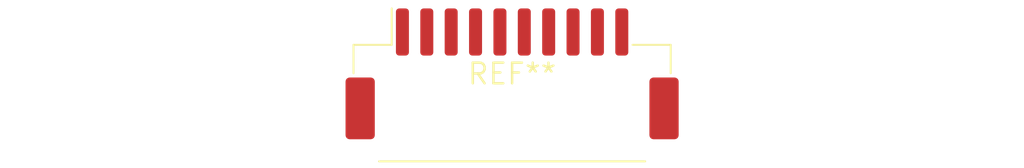
<source format=kicad_pcb>
(kicad_pcb (version 20240108) (generator pcbnew)
  (layers (0 "F.Cu" signal) (31 "B.Cu" signal) (34 "B.Paste" user) (35 "F.Paste" user) (36 "B.SilkS" user "B.Silkscreen") (37 "F.SilkS" user "F.Silkscreen") (38 "B.Mask" user) (39 "F.Mask" user) (44 "Edge.Cuts" user))
  (net 0 "")
  (footprint "Molex_CLIK-Mate_502585-1070_1x10-1MP_P1.50mm_Horizontal" (layer "F.Cu") (at 0 0)
    (property "Reference" "REF**")
    (property "Value" "Molex_CLIK-Mate_502585-1070_1x10-1MP_P1.50mm_Horizontal")
    (fp_line (start -9.76 -1.785) (end -7.41 -1.785) (layer "F.SilkS") (stroke (width 0.12)))
    (fp_line (start -9.76 -0.035) (end -9.76 -1.785) (layer "F.SilkS") (stroke (width 0.12)))
    (fp_line (start -8.19 5.385) (end 8.19 5.385) (layer "F.SilkS") (stroke (width 0.12)))
    (fp_line (start -7.41 -1.785) (end -7.41 -4.025) (layer "F.SilkS") (stroke (width 0.12)))
    (fp_line (start 9.76 -1.785) (end 7.41 -1.785) (layer "F.SilkS") (stroke (width 0.12)))
    (fp_line (start 9.76 -0.035) (end 9.76 -1.785) (layer "F.SilkS") (stroke (width 0.12)))
    (pad "1" smd roundrect (at -6.75 -2.575) (size 0.8 2.9) (layers "F.Cu" "F.Paste" "F.Mask"))
    (pad "2" smd roundrect (at -5.25 -2.575) (size 0.8 2.9) (layers "F.Cu" "F.Paste" "F.Mask"))
    (pad "3" smd roundrect (at -3.75 -2.575) (size 0.8 2.9) (layers "F.Cu" "F.Paste" "F.Mask"))
    (pad "4" smd roundrect (at -2.25 -2.575) (size 0.8 2.9) (layers "F.Cu" "F.Paste" "F.Mask"))
    (pad "5" smd roundrect (at -0.75 -2.575) (size 0.8 2.9) (layers "F.Cu" "F.Paste" "F.Mask"))
    (pad "6" smd roundrect (at 0.75 -2.575) (size 0.8 2.9) (layers "F.Cu" "F.Paste" "F.Mask"))
    (pad "7" smd roundrect (at 2.25 -2.575) (size 0.8 2.9) (layers "F.Cu" "F.Paste" "F.Mask"))
    (pad "8" smd roundrect (at 3.75 -2.575) (size 0.8 2.9) (layers "F.Cu" "F.Paste" "F.Mask"))
    (pad "9" smd roundrect (at 5.25 -2.575) (size 0.8 2.9) (layers "F.Cu" "F.Paste" "F.Mask"))
    (pad "10" smd roundrect (at 6.75 -2.575) (size 0.8 2.9) (layers "F.Cu" "F.Paste" "F.Mask"))
    (pad "MP" smd roundrect (at -9.35 2.125) (size 1.8 3.8) (layers "F.Cu" "F.Paste" "F.Mask") (roundrect_rratio 0.138889))
    (pad "MP" smd roundrect (at 9.35 2.125) (size 1.8 3.8) (layers "F.Cu" "F.Paste" "F.Mask") (roundrect_rratio 0.138889))
  )
)
</source>
